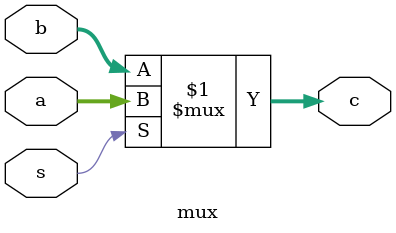
<source format=v>
`timescale 1ns / 1ps


module mux #(parameter w = 2)(
    input wire [w-1:0] a,
    input wire [w-1:0] b,
    input wire s,
    output wire [w-1:0] c
    );

    assign c = s ? a : b;

endmodule

</source>
